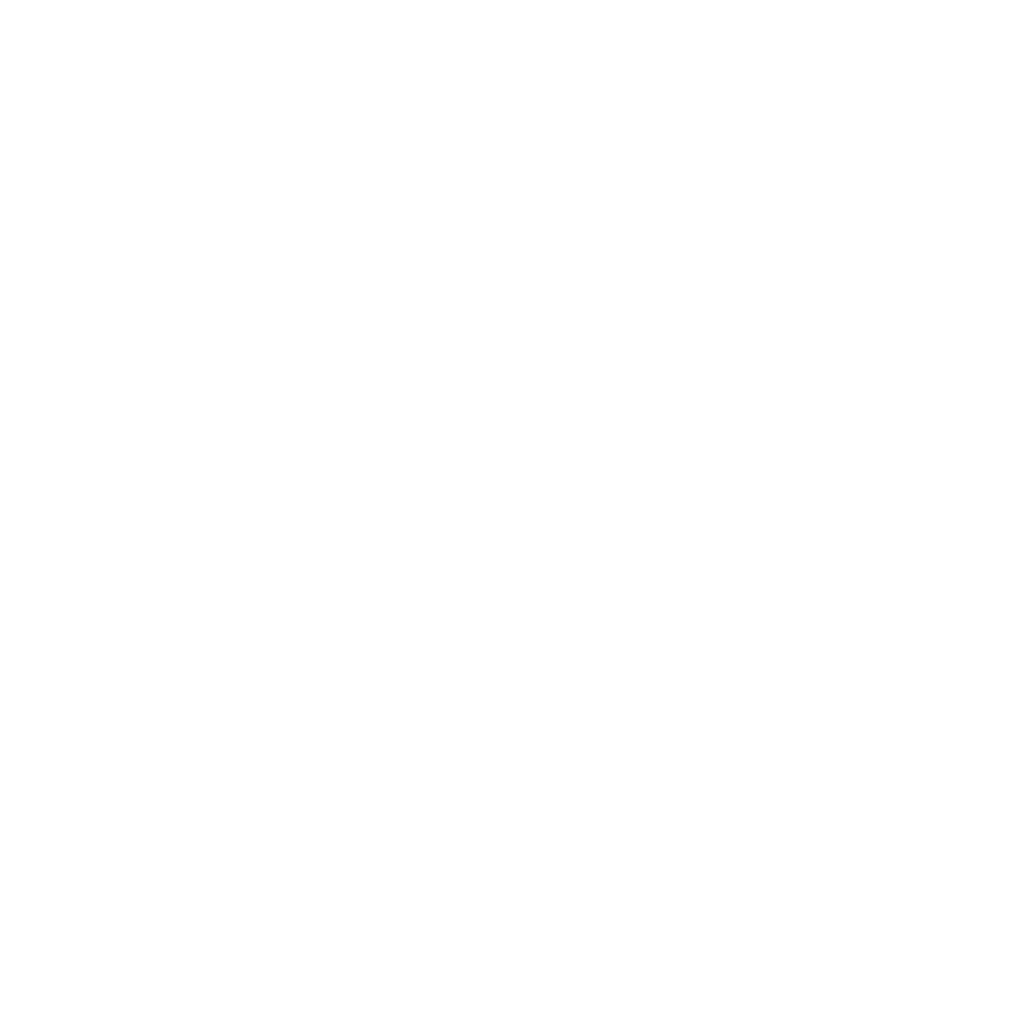
<source format=gbr>
%TF.GenerationSoftware,KiCad,Pcbnew,7.0.9*%
%TF.CreationDate,2024-08-20T17:43:16-06:00*%
%TF.ProjectId,blank_idealvac,626c616e-6b5f-4696-9465-616c7661632e,rev?*%
%TF.SameCoordinates,Original*%
%TF.FileFunction,Legend,Top*%
%TF.FilePolarity,Positive*%
%FSLAX46Y46*%
G04 Gerber Fmt 4.6, Leading zero omitted, Abs format (unit mm)*
G04 Created by KiCad (PCBNEW 7.0.9) date 2024-08-20 17:43:16*
%MOMM*%
%LPD*%
G01*
G04 APERTURE LIST*
%ADD10C,0.100000*%
%ADD11C,7.137400*%
G04 APERTURE END LIST*
D10*
X166638095Y-54505419D02*
X166638095Y-53505419D01*
X166638095Y-53981609D02*
X167209523Y-53981609D01*
X167209523Y-54505419D02*
X167209523Y-53505419D01*
X167638095Y-53600657D02*
X167685714Y-53553038D01*
X167685714Y-53553038D02*
X167780952Y-53505419D01*
X167780952Y-53505419D02*
X168019047Y-53505419D01*
X168019047Y-53505419D02*
X168114285Y-53553038D01*
X168114285Y-53553038D02*
X168161904Y-53600657D01*
X168161904Y-53600657D02*
X168209523Y-53695895D01*
X168209523Y-53695895D02*
X168209523Y-53791133D01*
X168209523Y-53791133D02*
X168161904Y-53933990D01*
X168161904Y-53933990D02*
X167590476Y-54505419D01*
X167590476Y-54505419D02*
X168209523Y-54505419D01*
X166638095Y-181505419D02*
X166638095Y-180505419D01*
X166638095Y-180981609D02*
X167209523Y-180981609D01*
X167209523Y-181505419D02*
X167209523Y-180505419D01*
X167590476Y-180505419D02*
X168209523Y-180505419D01*
X168209523Y-180505419D02*
X167876190Y-180886371D01*
X167876190Y-180886371D02*
X168019047Y-180886371D01*
X168019047Y-180886371D02*
X168114285Y-180933990D01*
X168114285Y-180933990D02*
X168161904Y-180981609D01*
X168161904Y-180981609D02*
X168209523Y-181076847D01*
X168209523Y-181076847D02*
X168209523Y-181314942D01*
X168209523Y-181314942D02*
X168161904Y-181410180D01*
X168161904Y-181410180D02*
X168114285Y-181457800D01*
X168114285Y-181457800D02*
X168019047Y-181505419D01*
X168019047Y-181505419D02*
X167733333Y-181505419D01*
X167733333Y-181505419D02*
X167638095Y-181457800D01*
X167638095Y-181457800D02*
X167590476Y-181410180D01*
X39638095Y-181505419D02*
X39638095Y-180505419D01*
X39638095Y-180981609D02*
X40209523Y-180981609D01*
X40209523Y-181505419D02*
X40209523Y-180505419D01*
X41114285Y-180838752D02*
X41114285Y-181505419D01*
X40876190Y-180457800D02*
X40638095Y-181172085D01*
X40638095Y-181172085D02*
X41257142Y-181172085D01*
X39638095Y-54505419D02*
X39638095Y-53505419D01*
X39638095Y-53981609D02*
X40209523Y-53981609D01*
X40209523Y-54505419D02*
X40209523Y-53505419D01*
X41209523Y-54505419D02*
X40638095Y-54505419D01*
X40923809Y-54505419D02*
X40923809Y-53505419D01*
X40923809Y-53505419D02*
X40828571Y-53648276D01*
X40828571Y-53648276D02*
X40733333Y-53743514D01*
X40733333Y-53743514D02*
X40638095Y-53791133D01*
%LPC*%
G36*
X4620000Y-42640000D02*
G01*
X199320000Y-42640000D01*
X199320000Y-237740000D01*
X4620000Y-237740000D01*
X4620000Y-42640000D01*
G37*
D11*
%TO.C,H2*%
X167400000Y-76900000D03*
%TD*%
%TO.C,H3*%
X167400000Y-203900000D03*
%TD*%
%TO.C,H4*%
X40400000Y-203900000D03*
%TD*%
%TO.C,H1*%
X40400000Y-76900000D03*
%TD*%
%LPD*%
M02*

</source>
